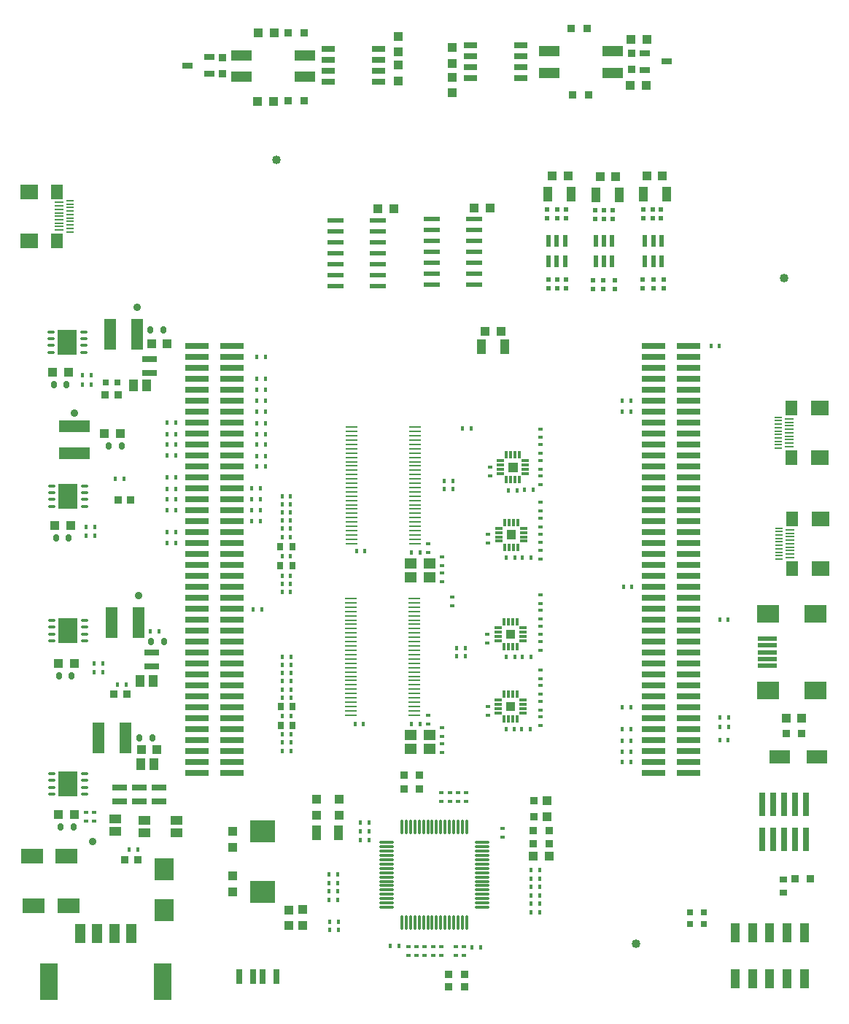
<source format=gtp>
G04*
G04 #@! TF.GenerationSoftware,Altium Limited,Altium Designer,20.0.2 (26)*
G04*
G04 Layer_Color=8421504*
%FSLAX44Y44*%
%MOMM*%
G71*
G01*
G75*
%ADD25C,1.0160*%
%ADD26R,0.7400X2.7900*%
%ADD27R,1.2000X2.2000*%
%ADD28R,2.0000X4.2000*%
%ADD29O,0.3000X1.8000*%
%ADD30O,1.8000X0.3000*%
%ADD31R,2.5000X1.7000*%
%ADD32R,1.1000X1.7000*%
%ADD33R,0.8500X0.8000*%
G04:AMPARAMS|DCode=34|XSize=0.6mm|YSize=0.85mm|CornerRadius=0.15mm|HoleSize=0mm|Usage=FLASHONLY|Rotation=0.000|XOffset=0mm|YOffset=0mm|HoleType=Round|Shape=RoundedRectangle|*
%AMROUNDEDRECTD34*
21,1,0.6000,0.5500,0,0,0.0*
21,1,0.3000,0.8500,0,0,0.0*
1,1,0.3000,0.1500,-0.2750*
1,1,0.3000,-0.1500,-0.2750*
1,1,0.3000,-0.1500,0.2750*
1,1,0.3000,0.1500,0.2750*
%
%ADD34ROUNDEDRECTD34*%
%ADD35R,1.1000X1.4000*%
%ADD36R,0.8000X0.9000*%
G04:AMPARAMS|DCode=37|XSize=0.4mm|YSize=0.5mm|CornerRadius=0.05mm|HoleSize=0mm|Usage=FLASHONLY|Rotation=180.000|XOffset=0mm|YOffset=0mm|HoleType=Round|Shape=RoundedRectangle|*
%AMROUNDEDRECTD37*
21,1,0.4000,0.4000,0,0,180.0*
21,1,0.3000,0.5000,0,0,180.0*
1,1,0.1000,-0.1500,0.2000*
1,1,0.1000,0.1500,0.2000*
1,1,0.1000,0.1500,-0.2000*
1,1,0.1000,-0.1500,-0.2000*
%
%ADD37ROUNDEDRECTD37*%
%ADD38R,0.8128X0.8128*%
%ADD39R,2.3300X1.5600*%
%ADD40R,1.8000X0.8000*%
%ADD41R,2.3000X0.5000*%
%ADD42R,2.5000X2.0000*%
%ADD43R,1.3208X3.6068*%
%ADD44R,0.5000X0.6000*%
%ADD45C,0.8900*%
%ADD46R,0.6000X1.3500*%
%ADD47R,1.9812X0.5334*%
%ADD48O,0.9500X0.3000*%
%ADD49R,2.2000X3.0000*%
%ADD50R,1.4732X0.2794*%
G04:AMPARAMS|DCode=51|XSize=0.86mm|YSize=0.26mm|CornerRadius=0.0325mm|HoleSize=0mm|Usage=FLASHONLY|Rotation=0.000|XOffset=0mm|YOffset=0mm|HoleType=Round|Shape=RoundedRectangle|*
%AMROUNDEDRECTD51*
21,1,0.8600,0.1950,0,0,0.0*
21,1,0.7950,0.2600,0,0,0.0*
1,1,0.0650,0.3975,-0.0975*
1,1,0.0650,-0.3975,-0.0975*
1,1,0.0650,-0.3975,0.0975*
1,1,0.0650,0.3975,0.0975*
%
%ADD51ROUNDEDRECTD51*%
G04:AMPARAMS|DCode=52|XSize=0.86mm|YSize=0.26mm|CornerRadius=0.0325mm|HoleSize=0mm|Usage=FLASHONLY|Rotation=90.000|XOffset=0mm|YOffset=0mm|HoleType=Round|Shape=RoundedRectangle|*
%AMROUNDEDRECTD52*
21,1,0.8600,0.1950,0,0,90.0*
21,1,0.7950,0.2600,0,0,90.0*
1,1,0.0650,0.0975,0.3975*
1,1,0.0650,0.0975,-0.3975*
1,1,0.0650,-0.0975,-0.3975*
1,1,0.0650,-0.0975,0.3975*
%
%ADD52ROUNDEDRECTD52*%
%ADD53R,1.0000X1.8000*%
%ADD54R,3.0000X2.5000*%
%ADD55R,1.4000X1.2000*%
%ADD56R,2.2000X2.5000*%
%ADD57R,2.7900X0.7400*%
%ADD58R,0.7620X0.7620*%
%ADD59R,1.0200X2.1600*%
%ADD60R,2.0000X1.7000*%
%ADD61R,1.3800X1.8000*%
%ADD62R,0.8500X0.2300*%
%ADD63R,1.0000X0.2300*%
%ADD64R,1.0000X1.0500*%
%ADD65R,1.1500X0.6500*%
%ADD66R,0.9000X0.9500*%
%ADD67R,1.5000X0.6500*%
%ADD68R,1.0400X1.1000*%
%ADD69R,2.4892X1.2700*%
G04:AMPARAMS|DCode=70|XSize=0.4mm|YSize=0.5mm|CornerRadius=0.05mm|HoleSize=0mm|Usage=FLASHONLY|Rotation=270.000|XOffset=0mm|YOffset=0mm|HoleType=Round|Shape=RoundedRectangle|*
%AMROUNDEDRECTD70*
21,1,0.4000,0.4000,0,0,270.0*
21,1,0.3000,0.5000,0,0,270.0*
1,1,0.1000,-0.2000,-0.1500*
1,1,0.1000,-0.2000,0.1500*
1,1,0.1000,0.2000,0.1500*
1,1,0.1000,0.2000,-0.1500*
%
%ADD70ROUNDEDRECTD70*%
%ADD71R,0.9500X0.9000*%
%ADD72R,1.0500X1.0000*%
%ADD73R,1.4000X1.1000*%
%ADD74R,0.7620X0.7620*%
%ADD75R,3.6068X1.3208*%
%ADD76R,0.8000X1.8000*%
G36*
X-381290Y-816684D02*
X-391890D01*
Y-806084D01*
X-381290D01*
Y-816684D01*
D02*
G37*
G36*
Y-732824D02*
X-391890D01*
Y-722224D01*
X-381290D01*
Y-732824D01*
D02*
G37*
G36*
X-380144Y-617560D02*
X-390744D01*
Y-606960D01*
X-380144D01*
Y-617560D01*
D02*
G37*
G36*
X-378322Y-539370D02*
X-388922D01*
Y-528770D01*
X-378322D01*
Y-539370D01*
D02*
G37*
D25*
X-240792Y-1086612D02*
D03*
X-658368Y-177038D02*
D03*
X-68834Y-314960D02*
D03*
D26*
X-68580Y-965352D02*
D03*
Y-924652D02*
D03*
X-55880Y-965352D02*
D03*
Y-924652D02*
D03*
X-43180Y-965352D02*
D03*
Y-924652D02*
D03*
X-93980Y-965352D02*
D03*
Y-924652D02*
D03*
X-81280Y-965352D02*
D03*
Y-924652D02*
D03*
D27*
X-826274Y-1074754D02*
D03*
X-846274D02*
D03*
X-866274D02*
D03*
X-886274D02*
D03*
D28*
X-922274Y-1130554D02*
D03*
X-790274D02*
D03*
D29*
X-512480Y-951356D02*
D03*
X-507480D02*
D03*
X-502480D02*
D03*
X-497480D02*
D03*
X-492480D02*
D03*
X-487480D02*
D03*
X-482480D02*
D03*
X-477480D02*
D03*
X-472480D02*
D03*
X-467480D02*
D03*
X-462480D02*
D03*
X-457480D02*
D03*
X-452480D02*
D03*
X-447480D02*
D03*
X-442480D02*
D03*
X-437480D02*
D03*
Y-1062356D02*
D03*
X-442480D02*
D03*
X-447480D02*
D03*
X-452480D02*
D03*
X-457480D02*
D03*
X-462480D02*
D03*
X-467480D02*
D03*
X-472480D02*
D03*
X-477480D02*
D03*
X-482480D02*
D03*
X-487480D02*
D03*
X-492480D02*
D03*
X-497480D02*
D03*
X-502480D02*
D03*
X-507480D02*
D03*
X-512480D02*
D03*
D30*
X-419480Y-969356D02*
D03*
Y-974356D02*
D03*
Y-979356D02*
D03*
Y-984356D02*
D03*
Y-989356D02*
D03*
Y-994356D02*
D03*
Y-999356D02*
D03*
Y-1004356D02*
D03*
Y-1009356D02*
D03*
Y-1014356D02*
D03*
Y-1019356D02*
D03*
Y-1024356D02*
D03*
Y-1029356D02*
D03*
Y-1034356D02*
D03*
Y-1039356D02*
D03*
Y-1044356D02*
D03*
X-530480D02*
D03*
Y-1039356D02*
D03*
Y-1034356D02*
D03*
Y-1029356D02*
D03*
Y-1024356D02*
D03*
Y-1019356D02*
D03*
Y-1014356D02*
D03*
Y-1009356D02*
D03*
Y-1004356D02*
D03*
Y-999356D02*
D03*
Y-994356D02*
D03*
Y-989356D02*
D03*
Y-984356D02*
D03*
Y-979356D02*
D03*
Y-974356D02*
D03*
Y-969356D02*
D03*
D31*
X-939734Y-1042416D02*
D03*
X-899734D02*
D03*
X-941766Y-984758D02*
D03*
X-901766D02*
D03*
D32*
X-393408Y-394207D02*
D03*
X-420408D02*
D03*
X-343446Y-217165D02*
D03*
X-316446D02*
D03*
X-232194D02*
D03*
X-205194D02*
D03*
X-287566Y-217673D02*
D03*
X-260566D02*
D03*
D33*
X-69850Y-1027430D02*
D03*
Y-1012430D02*
D03*
D34*
X-803536Y-736600D02*
D03*
X-788536D02*
D03*
X-789552Y-374904D02*
D03*
X-804552D02*
D03*
X-837558Y-509524D02*
D03*
X-852558D02*
D03*
X-801998Y-847598D02*
D03*
X-816998D02*
D03*
X-910724Y-775716D02*
D03*
X-895724D02*
D03*
X-914280Y-616204D02*
D03*
X-899280D02*
D03*
X-916820Y-438150D02*
D03*
X-901820D02*
D03*
X-908946Y-951484D02*
D03*
X-893946D02*
D03*
D35*
X-816236Y-781812D02*
D03*
X-801236D02*
D03*
X-815474Y-878332D02*
D03*
X-800474D02*
D03*
X-808856Y-438912D02*
D03*
X-823856D02*
D03*
D36*
X-639688Y-626110D02*
D03*
X-653688D02*
D03*
X-653688Y-648462D02*
D03*
X-639688D02*
D03*
X-653434Y-833374D02*
D03*
X-639434D02*
D03*
X-639434Y-811784D02*
D03*
X-653434D02*
D03*
D37*
X-373300Y-837946D02*
D03*
X-363300D02*
D03*
X-143680Y-710692D02*
D03*
X-133680D02*
D03*
X-362378Y-1001522D02*
D03*
X-352378D02*
D03*
X-362378Y-1011174D02*
D03*
X-352378D02*
D03*
X-362378Y-1020826D02*
D03*
X-352378D02*
D03*
X-362378Y-1030478D02*
D03*
X-352378D02*
D03*
X-362378Y-1040130D02*
D03*
X-352378D02*
D03*
X-362378Y-1050036D02*
D03*
X-352378D02*
D03*
X-586058Y-1070864D02*
D03*
X-596058D02*
D03*
X-586058Y-1060958D02*
D03*
X-596058D02*
D03*
X-586820Y-1036066D02*
D03*
X-596820D02*
D03*
X-586820Y-1025906D02*
D03*
X-596820D02*
D03*
X-586820Y-1016254D02*
D03*
X-596820D02*
D03*
X-586820Y-1006602D02*
D03*
X-596820D02*
D03*
X-560752Y-956310D02*
D03*
X-550752D02*
D03*
X-560752Y-945896D02*
D03*
X-550752D02*
D03*
X-430958Y-1090930D02*
D03*
X-420958D02*
D03*
X-525954Y-1089660D02*
D03*
X-515954D02*
D03*
X-560752Y-966216D02*
D03*
X-550752D02*
D03*
X-491570Y-632714D02*
D03*
X-501570D02*
D03*
X-491316Y-832104D02*
D03*
X-501316D02*
D03*
X-674958Y-699008D02*
D03*
X-684958D02*
D03*
X-671150Y-533400D02*
D03*
X-681150D02*
D03*
X-671150Y-521208D02*
D03*
X-681150D02*
D03*
X-671150Y-508000D02*
D03*
X-681150D02*
D03*
X-671150Y-495554D02*
D03*
X-681150D02*
D03*
X-671150Y-483108D02*
D03*
X-681150D02*
D03*
X-671150Y-469900D02*
D03*
X-681150D02*
D03*
X-671150Y-457200D02*
D03*
X-681150D02*
D03*
X-671150Y-444500D02*
D03*
X-681150D02*
D03*
X-671150Y-431292D02*
D03*
X-681150D02*
D03*
X-143844Y-393700D02*
D03*
X-153844D02*
D03*
X-671150Y-406146D02*
D03*
X-681150D02*
D03*
X-246970Y-876300D02*
D03*
X-256970D02*
D03*
X-246970Y-863854D02*
D03*
X-256970D02*
D03*
X-246970Y-851154D02*
D03*
X-256970D02*
D03*
X-133680Y-850138D02*
D03*
X-143680D02*
D03*
X-246970Y-838200D02*
D03*
X-256970D02*
D03*
X-133430Y-835406D02*
D03*
X-143430D02*
D03*
X-246970Y-812800D02*
D03*
X-256970D02*
D03*
X-133430Y-824484D02*
D03*
X-143430D02*
D03*
X-775288Y-495554D02*
D03*
X-785288D02*
D03*
X-775288Y-482346D02*
D03*
X-785288D02*
D03*
X-245444Y-673100D02*
D03*
X-255444D02*
D03*
X-775284Y-559054D02*
D03*
X-785284D02*
D03*
X-775284Y-546100D02*
D03*
X-785284D02*
D03*
X-775284Y-520446D02*
D03*
X-785284D02*
D03*
X-775284Y-507492D02*
D03*
X-785284D02*
D03*
X-676736Y-558546D02*
D03*
X-686736D02*
D03*
X-775368Y-621792D02*
D03*
X-785368D02*
D03*
X-676736Y-571246D02*
D03*
X-686736D02*
D03*
X-775368Y-609346D02*
D03*
X-785368D02*
D03*
X-676656Y-583946D02*
D03*
X-686656D02*
D03*
X-775368D02*
D03*
X-785368D02*
D03*
X-676816Y-596646D02*
D03*
X-686816D02*
D03*
X-775288Y-570992D02*
D03*
X-785288D02*
D03*
X-246970Y-469646D02*
D03*
X-256970D02*
D03*
X-246970Y-456946D02*
D03*
X-256970D02*
D03*
X-362742Y-639184D02*
D03*
X-372742D02*
D03*
X-362538Y-754126D02*
D03*
X-372538D02*
D03*
X-360296Y-560444D02*
D03*
X-370296D02*
D03*
X-555324Y-630936D02*
D03*
X-565324D02*
D03*
X-557102Y-831850D02*
D03*
X-567102D02*
D03*
X-641688Y-678434D02*
D03*
X-651688D02*
D03*
X-641434Y-862838D02*
D03*
X-651434D02*
D03*
X-641688Y-669036D02*
D03*
X-651688D02*
D03*
X-641434Y-853254D02*
D03*
X-651434D02*
D03*
X-641688Y-659638D02*
D03*
X-651688D02*
D03*
X-641434Y-844042D02*
D03*
X-651434D02*
D03*
X-651688Y-614934D02*
D03*
X-641688D02*
D03*
X-641434Y-801116D02*
D03*
X-651434D02*
D03*
X-641688Y-595630D02*
D03*
X-651688D02*
D03*
X-641434Y-782320D02*
D03*
X-651434D02*
D03*
X-641688Y-586232D02*
D03*
X-651688D02*
D03*
X-641434Y-772922D02*
D03*
X-651434D02*
D03*
X-651688Y-637540D02*
D03*
X-641688D02*
D03*
X-651688Y-605282D02*
D03*
X-641688D02*
D03*
X-651688Y-576834D02*
D03*
X-641688D02*
D03*
X-651688Y-567436D02*
D03*
X-641688D02*
D03*
X-651434Y-822706D02*
D03*
X-641434D02*
D03*
X-651434Y-791718D02*
D03*
X-641434D02*
D03*
X-651434Y-763524D02*
D03*
X-641434D02*
D03*
X-651434Y-754126D02*
D03*
X-641434D02*
D03*
X-453521Y-550204D02*
D03*
X-463521D02*
D03*
X-453521Y-559602D02*
D03*
X-463521D02*
D03*
X-439246Y-744220D02*
D03*
X-449246D02*
D03*
X-439246Y-753110D02*
D03*
X-449246D02*
D03*
X-432388Y-489204D02*
D03*
X-442388D02*
D03*
X-381842Y-837946D02*
D03*
X-391842D02*
D03*
X-381204Y-639184D02*
D03*
X-391204D02*
D03*
X-381588Y-754126D02*
D03*
X-391588D02*
D03*
X-378714Y-560578D02*
D03*
X-388714D02*
D03*
X-794338Y-724408D02*
D03*
X-804338D02*
D03*
X-859866Y-771398D02*
D03*
X-869866D02*
D03*
X-834978Y-547370D02*
D03*
X-844978D02*
D03*
X-842692Y-785876D02*
D03*
X-832692D02*
D03*
X-818976Y-977900D02*
D03*
X-828976D02*
D03*
X-859866Y-761238D02*
D03*
X-869866D02*
D03*
X-869264Y-603504D02*
D03*
X-879264D02*
D03*
Y-613410D02*
D03*
X-869264D02*
D03*
X-883582Y-437896D02*
D03*
X-873582D02*
D03*
Y-427482D02*
D03*
X-883582D02*
D03*
D38*
X-846836Y-797560D02*
D03*
X-832104Y-797306D02*
D03*
X-827278Y-572008D02*
D03*
X-842010Y-572262D02*
D03*
X-842264Y-449834D02*
D03*
X-856996Y-450088D02*
D03*
X-834136Y-989584D02*
D03*
X-819404Y-989330D02*
D03*
D39*
X-73978Y-870204D02*
D03*
X-31178D02*
D03*
D40*
X-802894Y-764666D02*
D03*
Y-748666D02*
D03*
X-794512Y-905638D02*
D03*
Y-921638D02*
D03*
X-817372Y-905638D02*
D03*
Y-921638D02*
D03*
X-840232D02*
D03*
Y-905638D02*
D03*
X-805688Y-408814D02*
D03*
Y-424814D02*
D03*
D41*
X-88514Y-764538D02*
D03*
Y-756538D02*
D03*
Y-748538D02*
D03*
Y-740538D02*
D03*
Y-732538D02*
D03*
D42*
X-87514Y-704038D02*
D03*
X-32514D02*
D03*
Y-793038D02*
D03*
X-87514D02*
D03*
D43*
X-818388Y-714248D02*
D03*
X-849884D02*
D03*
X-864616Y-848360D02*
D03*
X-833120D02*
D03*
X-851152Y-379984D02*
D03*
X-819656D02*
D03*
D44*
X-278638Y-327074D02*
D03*
Y-317074D02*
D03*
X-221488Y-235256D02*
D03*
Y-245256D02*
D03*
X-211582Y-245256D02*
D03*
Y-235256D02*
D03*
X-232156Y-245256D02*
D03*
Y-235256D02*
D03*
X-321818Y-245256D02*
D03*
Y-235256D02*
D03*
X-343916Y-245256D02*
D03*
Y-235256D02*
D03*
X-233426Y-316566D02*
D03*
Y-326566D02*
D03*
X-220726Y-316566D02*
D03*
Y-326566D02*
D03*
X-267970Y-235764D02*
D03*
Y-245764D02*
D03*
X-288544Y-235764D02*
D03*
Y-245764D02*
D03*
X-208534Y-326566D02*
D03*
Y-316566D02*
D03*
X-342646Y-326564D02*
D03*
Y-316564D02*
D03*
X-322072Y-326566D02*
D03*
Y-316566D02*
D03*
X-332486Y-326566D02*
D03*
Y-316566D02*
D03*
Y-245256D02*
D03*
Y-235256D02*
D03*
X-290576Y-327074D02*
D03*
Y-317074D02*
D03*
X-264922Y-327074D02*
D03*
Y-317074D02*
D03*
X-278130Y-245764D02*
D03*
Y-235764D02*
D03*
D45*
X-818388Y-683006D02*
D03*
X-892810Y-470916D02*
D03*
X-871220Y-968248D02*
D03*
X-820166Y-348488D02*
D03*
D46*
X-268630Y-271614D02*
D03*
X-278130D02*
D03*
X-287630D02*
D03*
Y-295314D02*
D03*
X-278130D02*
D03*
X-268630D02*
D03*
X-323240Y-271106D02*
D03*
X-332740D02*
D03*
X-342240D02*
D03*
Y-294806D02*
D03*
X-332740D02*
D03*
X-323240D02*
D03*
X-211226Y-271106D02*
D03*
X-220726D02*
D03*
X-230226D02*
D03*
Y-294806D02*
D03*
X-220726D02*
D03*
X-211226D02*
D03*
D47*
X-540512Y-247396D02*
D03*
Y-260096D02*
D03*
Y-272796D02*
D03*
Y-285496D02*
D03*
Y-298196D02*
D03*
Y-310896D02*
D03*
Y-323596D02*
D03*
X-589788D02*
D03*
Y-310896D02*
D03*
Y-298196D02*
D03*
Y-285496D02*
D03*
Y-272796D02*
D03*
Y-260096D02*
D03*
Y-247396D02*
D03*
X-477774Y-246380D02*
D03*
Y-259080D02*
D03*
Y-271780D02*
D03*
Y-284480D02*
D03*
Y-297180D02*
D03*
Y-309880D02*
D03*
Y-322580D02*
D03*
X-428498D02*
D03*
Y-309880D02*
D03*
Y-297180D02*
D03*
Y-284480D02*
D03*
Y-271780D02*
D03*
Y-259080D02*
D03*
Y-246380D02*
D03*
D48*
X-919000Y-711646D02*
D03*
Y-719646D02*
D03*
Y-727646D02*
D03*
Y-735646D02*
D03*
X-881000D02*
D03*
Y-727646D02*
D03*
Y-719646D02*
D03*
Y-711646D02*
D03*
X-881762Y-376810D02*
D03*
Y-384810D02*
D03*
Y-392810D02*
D03*
Y-400810D02*
D03*
X-919762D02*
D03*
Y-392810D02*
D03*
Y-384810D02*
D03*
Y-376810D02*
D03*
X-881000Y-889256D02*
D03*
Y-897256D02*
D03*
Y-905256D02*
D03*
Y-913256D02*
D03*
X-919000D02*
D03*
Y-905256D02*
D03*
Y-897256D02*
D03*
Y-889256D02*
D03*
X-881000Y-555436D02*
D03*
Y-563436D02*
D03*
Y-571436D02*
D03*
Y-579436D02*
D03*
X-919000D02*
D03*
Y-571436D02*
D03*
Y-563436D02*
D03*
Y-555436D02*
D03*
D49*
X-900000Y-723646D02*
D03*
X-900762Y-388810D02*
D03*
X-900000Y-901256D02*
D03*
Y-567436D02*
D03*
D50*
X-497332Y-487426D02*
D03*
Y-492506D02*
D03*
Y-497586D02*
D03*
Y-502412D02*
D03*
Y-507492D02*
D03*
Y-512572D02*
D03*
Y-517398D02*
D03*
Y-522478D02*
D03*
Y-527558D02*
D03*
Y-532384D02*
D03*
Y-537464D02*
D03*
Y-542544D02*
D03*
Y-547370D02*
D03*
Y-552450D02*
D03*
Y-557530D02*
D03*
Y-562610D02*
D03*
Y-567436D02*
D03*
Y-572516D02*
D03*
Y-577596D02*
D03*
Y-582422D02*
D03*
Y-587502D02*
D03*
Y-592582D02*
D03*
Y-597408D02*
D03*
Y-602488D02*
D03*
Y-607568D02*
D03*
Y-612394D02*
D03*
Y-617474D02*
D03*
Y-622554D02*
D03*
X-570992D02*
D03*
Y-617474D02*
D03*
Y-612394D02*
D03*
Y-607568D02*
D03*
Y-602488D02*
D03*
Y-597408D02*
D03*
Y-592582D02*
D03*
Y-587502D02*
D03*
Y-582422D02*
D03*
Y-577596D02*
D03*
Y-572516D02*
D03*
Y-567436D02*
D03*
Y-562610D02*
D03*
Y-557530D02*
D03*
Y-552450D02*
D03*
Y-547370D02*
D03*
Y-542544D02*
D03*
Y-537464D02*
D03*
Y-532384D02*
D03*
Y-527558D02*
D03*
Y-522478D02*
D03*
Y-517398D02*
D03*
Y-512572D02*
D03*
Y-507492D02*
D03*
Y-502412D02*
D03*
Y-497586D02*
D03*
Y-492506D02*
D03*
Y-487426D02*
D03*
X-572008Y-686308D02*
D03*
Y-691388D02*
D03*
Y-696468D02*
D03*
Y-701294D02*
D03*
Y-706374D02*
D03*
Y-711454D02*
D03*
Y-716280D02*
D03*
Y-721360D02*
D03*
Y-726440D02*
D03*
Y-731266D02*
D03*
Y-736346D02*
D03*
Y-741426D02*
D03*
Y-746252D02*
D03*
Y-751332D02*
D03*
Y-756412D02*
D03*
Y-761492D02*
D03*
Y-766318D02*
D03*
Y-771398D02*
D03*
Y-776478D02*
D03*
Y-781304D02*
D03*
Y-786384D02*
D03*
Y-791464D02*
D03*
Y-796290D02*
D03*
Y-801370D02*
D03*
Y-806450D02*
D03*
Y-811276D02*
D03*
Y-816356D02*
D03*
Y-821436D02*
D03*
X-498348D02*
D03*
Y-816356D02*
D03*
Y-811276D02*
D03*
Y-806450D02*
D03*
Y-801370D02*
D03*
Y-796290D02*
D03*
Y-791464D02*
D03*
Y-786384D02*
D03*
Y-781304D02*
D03*
Y-776478D02*
D03*
Y-771398D02*
D03*
Y-766318D02*
D03*
Y-761492D02*
D03*
Y-756412D02*
D03*
Y-751332D02*
D03*
Y-746252D02*
D03*
Y-741426D02*
D03*
Y-736346D02*
D03*
Y-731266D02*
D03*
Y-726440D02*
D03*
Y-721360D02*
D03*
Y-716280D02*
D03*
Y-711454D02*
D03*
Y-706374D02*
D03*
Y-701294D02*
D03*
Y-696468D02*
D03*
Y-691388D02*
D03*
Y-686308D02*
D03*
D51*
X-372240Y-803884D02*
D03*
Y-808884D02*
D03*
Y-813884D02*
D03*
Y-818884D02*
D03*
X-400940D02*
D03*
Y-813884D02*
D03*
Y-808884D02*
D03*
Y-803884D02*
D03*
X-397972Y-526570D02*
D03*
Y-531570D02*
D03*
Y-536570D02*
D03*
Y-541570D02*
D03*
X-369272D02*
D03*
Y-536570D02*
D03*
Y-531570D02*
D03*
Y-526570D02*
D03*
X-399794Y-604760D02*
D03*
Y-609760D02*
D03*
Y-614760D02*
D03*
Y-619760D02*
D03*
X-371094D02*
D03*
Y-614760D02*
D03*
Y-609760D02*
D03*
Y-604760D02*
D03*
X-400940Y-720024D02*
D03*
Y-725024D02*
D03*
Y-730024D02*
D03*
Y-735024D02*
D03*
X-372240D02*
D03*
Y-730024D02*
D03*
Y-725024D02*
D03*
Y-720024D02*
D03*
D52*
X-394090Y-797034D02*
D03*
X-389090D02*
D03*
X-384090D02*
D03*
X-379090D02*
D03*
Y-825734D02*
D03*
X-384090D02*
D03*
X-389090D02*
D03*
X-394090D02*
D03*
X-391122Y-548420D02*
D03*
X-386122D02*
D03*
X-381122D02*
D03*
X-376122D02*
D03*
Y-519720D02*
D03*
X-381122D02*
D03*
X-386122D02*
D03*
X-391122D02*
D03*
X-392944Y-626610D02*
D03*
X-387944D02*
D03*
X-382944D02*
D03*
X-377944D02*
D03*
Y-597910D02*
D03*
X-382944D02*
D03*
X-387944D02*
D03*
X-392944D02*
D03*
X-394090Y-741874D02*
D03*
X-389090D02*
D03*
X-384090D02*
D03*
X-379090D02*
D03*
Y-713174D02*
D03*
X-384090D02*
D03*
X-389090D02*
D03*
X-394090D02*
D03*
D53*
X-611428Y-958088D02*
D03*
X-585928D02*
D03*
D54*
X-674116Y-1026362D02*
D03*
Y-956362D02*
D03*
D55*
X-479982Y-645288D02*
D03*
Y-661288D02*
D03*
X-501982D02*
D03*
Y-645288D02*
D03*
Y-844932D02*
D03*
Y-860932D02*
D03*
X-479982D02*
D03*
Y-844932D02*
D03*
D56*
X-788162Y-1047628D02*
D03*
Y-1000628D02*
D03*
D57*
X-180086Y-482346D02*
D03*
Y-456946D02*
D03*
Y-444246D02*
D03*
Y-418846D02*
D03*
X-220726D02*
D03*
Y-444246D02*
D03*
Y-456946D02*
D03*
Y-482346D02*
D03*
X-180086Y-558546D02*
D03*
Y-545846D02*
D03*
Y-520446D02*
D03*
X-220726D02*
D03*
Y-545846D02*
D03*
Y-558546D02*
D03*
X-180086Y-622046D02*
D03*
Y-583946D02*
D03*
Y-647446D02*
D03*
X-220726D02*
D03*
Y-583946D02*
D03*
Y-622046D02*
D03*
X-180086Y-660146D02*
D03*
Y-685546D02*
D03*
Y-723646D02*
D03*
X-220726D02*
D03*
Y-685546D02*
D03*
Y-660146D02*
D03*
X-180086Y-749046D02*
D03*
Y-761746D02*
D03*
Y-787146D02*
D03*
X-220726D02*
D03*
Y-761746D02*
D03*
Y-749046D02*
D03*
X-180086Y-825246D02*
D03*
Y-850646D02*
D03*
Y-888746D02*
D03*
Y-863346D02*
D03*
X-220726D02*
D03*
Y-888746D02*
D03*
Y-850646D02*
D03*
Y-825246D02*
D03*
X-180086Y-393446D02*
D03*
X-220726D02*
D03*
X-180086Y-406146D02*
D03*
X-220726D02*
D03*
X-180086Y-431546D02*
D03*
X-220726D02*
D03*
X-180086Y-469646D02*
D03*
X-220726D02*
D03*
X-180086Y-495046D02*
D03*
X-220726D02*
D03*
X-180086Y-507746D02*
D03*
X-220726D02*
D03*
X-180086Y-533146D02*
D03*
X-220726D02*
D03*
X-180086Y-571246D02*
D03*
X-220726D02*
D03*
X-180086Y-596646D02*
D03*
X-220726D02*
D03*
X-180086Y-609346D02*
D03*
X-220726D02*
D03*
X-180086Y-634746D02*
D03*
X-220726D02*
D03*
X-180086Y-672846D02*
D03*
X-220726D02*
D03*
X-180086Y-698246D02*
D03*
X-220726D02*
D03*
X-180086Y-710946D02*
D03*
X-220726D02*
D03*
X-180086Y-736346D02*
D03*
X-220726D02*
D03*
X-180086Y-774446D02*
D03*
X-220726D02*
D03*
X-180086Y-799846D02*
D03*
X-220726D02*
D03*
X-180086Y-812546D02*
D03*
X-220726D02*
D03*
X-180086Y-837946D02*
D03*
X-220726D02*
D03*
X-180086Y-876046D02*
D03*
X-220726D02*
D03*
X-710086Y-418846D02*
D03*
Y-444246D02*
D03*
Y-456946D02*
D03*
Y-482346D02*
D03*
Y-520446D02*
D03*
Y-545846D02*
D03*
Y-558546D02*
D03*
Y-647446D02*
D03*
Y-583946D02*
D03*
Y-622046D02*
D03*
Y-723646D02*
D03*
Y-685546D02*
D03*
Y-660146D02*
D03*
Y-787146D02*
D03*
Y-761746D02*
D03*
Y-749046D02*
D03*
Y-863346D02*
D03*
Y-888746D02*
D03*
Y-850646D02*
D03*
Y-825246D02*
D03*
Y-393446D02*
D03*
Y-406146D02*
D03*
Y-431546D02*
D03*
Y-469646D02*
D03*
Y-495046D02*
D03*
Y-507746D02*
D03*
Y-533146D02*
D03*
Y-571246D02*
D03*
Y-596646D02*
D03*
Y-609346D02*
D03*
Y-634746D02*
D03*
Y-672846D02*
D03*
Y-698246D02*
D03*
Y-710946D02*
D03*
Y-736346D02*
D03*
Y-774446D02*
D03*
Y-799846D02*
D03*
Y-812546D02*
D03*
Y-837946D02*
D03*
Y-876046D02*
D03*
X-750726Y-482346D02*
D03*
Y-456946D02*
D03*
Y-444246D02*
D03*
Y-418846D02*
D03*
Y-558546D02*
D03*
Y-545846D02*
D03*
Y-520446D02*
D03*
Y-622046D02*
D03*
Y-583946D02*
D03*
Y-647446D02*
D03*
Y-660146D02*
D03*
Y-685546D02*
D03*
Y-723646D02*
D03*
Y-749046D02*
D03*
Y-761746D02*
D03*
Y-787146D02*
D03*
Y-825246D02*
D03*
Y-850646D02*
D03*
Y-888746D02*
D03*
Y-863346D02*
D03*
Y-406146D02*
D03*
Y-431546D02*
D03*
Y-469646D02*
D03*
Y-495046D02*
D03*
Y-507746D02*
D03*
Y-533146D02*
D03*
Y-571246D02*
D03*
Y-596646D02*
D03*
Y-609346D02*
D03*
Y-634746D02*
D03*
Y-672846D02*
D03*
Y-698246D02*
D03*
Y-710946D02*
D03*
Y-736346D02*
D03*
Y-774446D02*
D03*
Y-799846D02*
D03*
Y-812546D02*
D03*
Y-837946D02*
D03*
Y-876046D02*
D03*
Y-393446D02*
D03*
D58*
X-162306Y-1049909D02*
D03*
Y-1063879D02*
D03*
X-178308Y-1064133D02*
D03*
Y-1050163D02*
D03*
D59*
X-125466Y-1073898D02*
D03*
X-105466D02*
D03*
X-85466D02*
D03*
X-65466D02*
D03*
X-45466D02*
D03*
X-125466Y-1126998D02*
D03*
X-105466D02*
D03*
X-85466D02*
D03*
X-65466D02*
D03*
X-45466D02*
D03*
D60*
X-945582Y-271324D02*
D03*
Y-214324D02*
D03*
X-27686Y-465478D02*
D03*
Y-522478D02*
D03*
X-26670Y-594106D02*
D03*
Y-651106D02*
D03*
D61*
X-913072Y-271324D02*
D03*
Y-214324D02*
D03*
X-60196Y-465478D02*
D03*
Y-522478D02*
D03*
X-59180Y-594106D02*
D03*
Y-651106D02*
D03*
D62*
X-897832Y-224824D02*
D03*
Y-228824D02*
D03*
Y-232824D02*
D03*
Y-236824D02*
D03*
Y-240824D02*
D03*
Y-244824D02*
D03*
Y-248824D02*
D03*
Y-252824D02*
D03*
Y-256824D02*
D03*
Y-260824D02*
D03*
X-75436Y-511978D02*
D03*
Y-507978D02*
D03*
Y-503978D02*
D03*
Y-499978D02*
D03*
Y-495978D02*
D03*
Y-491978D02*
D03*
Y-487978D02*
D03*
Y-483978D02*
D03*
Y-479978D02*
D03*
Y-475978D02*
D03*
X-74420Y-640606D02*
D03*
Y-636606D02*
D03*
Y-632606D02*
D03*
Y-628606D02*
D03*
Y-624606D02*
D03*
Y-620606D02*
D03*
Y-616606D02*
D03*
Y-612606D02*
D03*
Y-608606D02*
D03*
Y-604606D02*
D03*
D63*
X-910082Y-226824D02*
D03*
Y-230824D02*
D03*
Y-234824D02*
D03*
Y-238824D02*
D03*
Y-242824D02*
D03*
Y-246824D02*
D03*
Y-250824D02*
D03*
Y-254824D02*
D03*
Y-258824D02*
D03*
X-63186Y-509978D02*
D03*
Y-505978D02*
D03*
Y-501978D02*
D03*
Y-497978D02*
D03*
Y-493978D02*
D03*
Y-489978D02*
D03*
Y-485978D02*
D03*
Y-481978D02*
D03*
Y-477978D02*
D03*
X-62170Y-638606D02*
D03*
Y-634606D02*
D03*
Y-630606D02*
D03*
Y-626606D02*
D03*
Y-622606D02*
D03*
Y-618606D02*
D03*
Y-614606D02*
D03*
Y-610606D02*
D03*
Y-606606D02*
D03*
D64*
X-246740Y-37592D02*
D03*
X-228240D02*
D03*
X-247756Y-90678D02*
D03*
X-229256D02*
D03*
X-661310Y-109474D02*
D03*
X-679810D02*
D03*
X-660548Y-30226D02*
D03*
X-679048D02*
D03*
X-911458Y-761238D02*
D03*
X-892958D02*
D03*
X-319828Y-196346D02*
D03*
X-338328D02*
D03*
X-209952D02*
D03*
X-228452D02*
D03*
X-264054Y-196854D02*
D03*
X-282554D02*
D03*
X-397658Y-376428D02*
D03*
X-416158D02*
D03*
X-428604Y-232918D02*
D03*
X-410104D02*
D03*
X-892450Y-936498D02*
D03*
X-910950D02*
D03*
X-796692Y-861568D02*
D03*
X-815192D02*
D03*
X-899308Y-423672D02*
D03*
X-917808D02*
D03*
X-784754Y-391160D02*
D03*
X-803254D02*
D03*
X-896768Y-601726D02*
D03*
X-915268D02*
D03*
X-839110Y-495046D02*
D03*
X-857610D02*
D03*
X-521864Y-233934D02*
D03*
X-540364D02*
D03*
X-66654Y-825246D02*
D03*
X-48154D02*
D03*
X-359772Y-985520D02*
D03*
X-341272D02*
D03*
D65*
X-205436Y-63500D02*
D03*
X-230936Y-73000D02*
D03*
Y-54000D02*
D03*
X-736296Y-77318D02*
D03*
Y-58318D02*
D03*
X-761796Y-67818D02*
D03*
D66*
X-296058Y-101854D02*
D03*
X-314558D02*
D03*
X-315828Y-24892D02*
D03*
X-297328D02*
D03*
X-626258Y-30226D02*
D03*
X-644758D02*
D03*
X-626258Y-109220D02*
D03*
X-644758D02*
D03*
X-439572Y-1136904D02*
D03*
X-458072D02*
D03*
X-510394Y-907034D02*
D03*
X-491894D02*
D03*
X-439572Y-1122172D02*
D03*
X-458072D02*
D03*
X-510394Y-891286D02*
D03*
X-491894D02*
D03*
X-48154Y-842772D02*
D03*
X-66654D02*
D03*
X-359772Y-955548D02*
D03*
X-341272D02*
D03*
X-359772Y-970788D02*
D03*
X-341272D02*
D03*
X-56494Y-1011682D02*
D03*
X-37994D02*
D03*
D67*
X-374606Y-82550D02*
D03*
Y-69850D02*
D03*
Y-57150D02*
D03*
Y-44450D02*
D03*
X-432606Y-82550D02*
D03*
Y-69850D02*
D03*
Y-57150D02*
D03*
Y-44450D02*
D03*
X-539706Y-87122D02*
D03*
Y-74422D02*
D03*
Y-61722D02*
D03*
Y-49022D02*
D03*
X-597706Y-87122D02*
D03*
Y-74422D02*
D03*
Y-61722D02*
D03*
Y-49022D02*
D03*
D68*
X-516382Y-51726D02*
D03*
Y-34126D02*
D03*
X-454152Y-81788D02*
D03*
Y-99388D02*
D03*
X-643636Y-1047840D02*
D03*
Y-1065440D02*
D03*
D69*
X-625094Y-81280D02*
D03*
Y-56280D02*
D03*
X-699094Y-81280D02*
D03*
Y-56280D02*
D03*
X-267804Y-76504D02*
D03*
Y-51504D02*
D03*
X-341804Y-76504D02*
D03*
Y-51504D02*
D03*
D70*
X-440436Y-1090248D02*
D03*
Y-1100248D02*
D03*
X-450088Y-1090248D02*
D03*
Y-1100248D02*
D03*
X-456946Y-921686D02*
D03*
Y-911686D02*
D03*
X-447294Y-921686D02*
D03*
Y-911686D02*
D03*
X-437642Y-921686D02*
D03*
Y-911686D02*
D03*
X-466598Y-1089914D02*
D03*
Y-1099914D02*
D03*
Y-911686D02*
D03*
Y-921686D02*
D03*
X-476250Y-1099994D02*
D03*
Y-1089994D02*
D03*
X-485902Y-1099994D02*
D03*
Y-1089994D02*
D03*
X-495554Y-1099914D02*
D03*
Y-1089914D02*
D03*
X-504952Y-1099994D02*
D03*
Y-1089994D02*
D03*
X-395986Y-963342D02*
D03*
Y-953342D02*
D03*
X-466090Y-656844D02*
D03*
Y-666844D02*
D03*
Y-648382D02*
D03*
Y-638382D02*
D03*
Y-854536D02*
D03*
Y-864536D02*
D03*
Y-846502D02*
D03*
Y-836502D02*
D03*
X-482092Y-632888D02*
D03*
Y-622888D02*
D03*
X-482346Y-832024D02*
D03*
Y-822024D02*
D03*
X-454406Y-684864D02*
D03*
Y-694864D02*
D03*
X-351282Y-779112D02*
D03*
Y-769112D02*
D03*
Y-815514D02*
D03*
Y-805514D02*
D03*
Y-584748D02*
D03*
Y-574748D02*
D03*
Y-621324D02*
D03*
Y-611324D02*
D03*
X-412750Y-821356D02*
D03*
Y-811356D02*
D03*
X-412366Y-622086D02*
D03*
Y-612086D02*
D03*
X-351282Y-787226D02*
D03*
Y-797226D02*
D03*
Y-823802D02*
D03*
Y-833802D02*
D03*
Y-593036D02*
D03*
Y-603036D02*
D03*
Y-630120D02*
D03*
Y-640120D02*
D03*
Y-691816D02*
D03*
Y-681816D02*
D03*
Y-728138D02*
D03*
Y-718138D02*
D03*
Y-499404D02*
D03*
Y-489404D02*
D03*
Y-535980D02*
D03*
Y-525980D02*
D03*
X-413258Y-737790D02*
D03*
Y-727790D02*
D03*
X-409956Y-544162D02*
D03*
Y-534162D02*
D03*
X-351282Y-700024D02*
D03*
Y-710024D02*
D03*
Y-736426D02*
D03*
Y-746426D02*
D03*
Y-507692D02*
D03*
Y-517692D02*
D03*
Y-544268D02*
D03*
Y-554268D02*
D03*
X-869442Y-944296D02*
D03*
Y-934296D02*
D03*
X-878840D02*
D03*
Y-944296D02*
D03*
D71*
X-245618Y-72242D02*
D03*
Y-53742D02*
D03*
X-720598Y-58822D02*
D03*
Y-77322D02*
D03*
X-359410Y-921152D02*
D03*
Y-939652D02*
D03*
D72*
X-454152Y-65892D02*
D03*
Y-47392D02*
D03*
X-516636Y-67458D02*
D03*
Y-85958D02*
D03*
X-585470Y-937764D02*
D03*
Y-919264D02*
D03*
X-611886D02*
D03*
Y-937764D02*
D03*
X-709172Y-974958D02*
D03*
Y-956458D02*
D03*
Y-1008020D02*
D03*
Y-1026520D02*
D03*
X-344170Y-939652D02*
D03*
Y-921152D02*
D03*
X-627380Y-1047136D02*
D03*
Y-1065636D02*
D03*
D73*
X-774192Y-943222D02*
D03*
Y-958222D02*
D03*
X-845566Y-941698D02*
D03*
Y-956698D02*
D03*
X-811276Y-943222D02*
D03*
Y-958222D02*
D03*
D74*
X-842645Y-435356D02*
D03*
X-856615D02*
D03*
D75*
X-892302Y-486410D02*
D03*
Y-517906D02*
D03*
D76*
X-658114Y-1124712D02*
D03*
X-674114D02*
D03*
X-685038D02*
D03*
X-701038D02*
D03*
M02*

</source>
